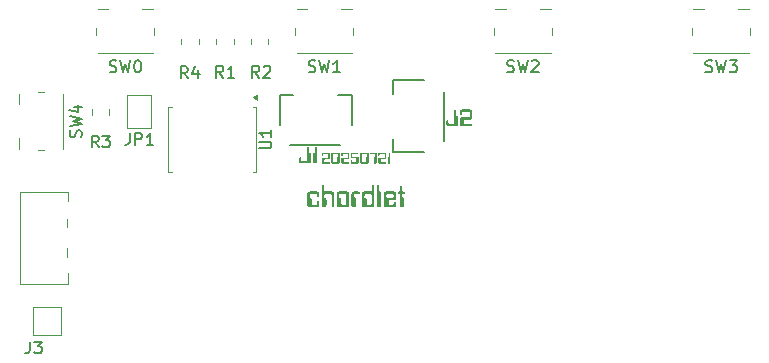
<source format=gbr>
%TF.GenerationSoftware,KiCad,Pcbnew,9.0.0*%
%TF.CreationDate,2025-07-21T10:24:21-07:00*%
%TF.ProjectId,chordlet,63686f72-646c-4657-942e-6b696361645f,rev?*%
%TF.SameCoordinates,Original*%
%TF.FileFunction,Legend,Top*%
%TF.FilePolarity,Positive*%
%FSLAX46Y46*%
G04 Gerber Fmt 4.6, Leading zero omitted, Abs format (unit mm)*
G04 Created by KiCad (PCBNEW 9.0.0) date 2025-07-21 10:24:21*
%MOMM*%
%LPD*%
G01*
G04 APERTURE LIST*
%ADD10C,0.100000*%
%ADD11C,0.074778*%
%ADD12C,0.150000*%
%ADD13C,0.152400*%
%ADD14C,0.120000*%
G04 APERTURE END LIST*
D10*
G36*
X214167507Y-95240170D02*
G01*
X214165459Y-95280657D01*
X214160485Y-95305566D01*
X214150966Y-95325916D01*
X214136733Y-95341775D01*
X214120010Y-95352103D01*
X214099608Y-95358506D01*
X214029021Y-95362658D01*
X213812134Y-95362658D01*
X213746371Y-95366200D01*
X213725055Y-95372872D01*
X213710712Y-95384701D01*
X213701502Y-95401926D01*
X213695996Y-95428726D01*
X213693249Y-95509021D01*
X213698133Y-95566601D01*
X213705687Y-95583886D01*
X213718406Y-95597131D01*
X213730984Y-95605680D01*
X213749852Y-95609954D01*
X213780626Y-95612091D01*
X213828925Y-95612763D01*
X214055583Y-95612763D01*
X214110782Y-95613496D01*
X214136733Y-95618319D01*
X214150685Y-95624999D01*
X214162561Y-95637187D01*
X214170338Y-95653078D01*
X214173064Y-95672786D01*
X214167721Y-95700997D01*
X214153463Y-95717482D01*
X214129748Y-95726189D01*
X214083549Y-95730000D01*
X213602268Y-95730000D01*
X213536506Y-95725115D01*
X213513560Y-95717431D01*
X213497366Y-95705453D01*
X213485997Y-95688465D01*
X213478437Y-95663993D01*
X213473552Y-95593773D01*
X213473552Y-95380244D01*
X213477033Y-95314970D01*
X213482557Y-95295631D01*
X213491748Y-95279127D01*
X213509036Y-95262524D01*
X213529545Y-95252444D01*
X213555108Y-95247512D01*
X213599520Y-95245422D01*
X213921249Y-95245422D01*
X213961855Y-95245422D01*
X214008688Y-95240598D01*
X214024451Y-95233519D01*
X214035982Y-95222524D01*
X214043630Y-95207312D01*
X214048561Y-95183567D01*
X214051370Y-95116156D01*
X214051370Y-95039708D01*
X214047889Y-94971625D01*
X214041775Y-94948751D01*
X214031769Y-94933401D01*
X214017033Y-94922942D01*
X213995377Y-94916732D01*
X213931080Y-94913251D01*
X213705827Y-94913251D01*
X213649163Y-94916732D01*
X213629038Y-94921998D01*
X213614847Y-94929860D01*
X213604244Y-94941049D01*
X213597383Y-94955505D01*
X213592498Y-94997698D01*
X213591094Y-95028107D01*
X213586317Y-95072462D01*
X213577783Y-95094602D01*
X213562060Y-95107553D01*
X213533758Y-95112554D01*
X213501944Y-95107031D01*
X213485459Y-95093075D01*
X213477311Y-95068454D01*
X213473552Y-95014918D01*
X213473552Y-94929860D01*
X213478437Y-94860190D01*
X213486339Y-94836156D01*
X213498770Y-94819767D01*
X213516520Y-94808473D01*
X213542795Y-94800900D01*
X213619060Y-94796015D01*
X214017786Y-94796015D01*
X214092647Y-94800228D01*
X214116772Y-94806444D01*
X214133924Y-94815493D01*
X214150654Y-94830148D01*
X214161157Y-94850298D01*
X214166103Y-94881622D01*
X214167507Y-94929677D01*
X214167507Y-95240170D01*
G37*
G36*
X214941574Y-94800961D02*
G01*
X214965903Y-94808640D01*
X214982851Y-94820561D01*
X214994740Y-94837598D01*
X215002451Y-94862510D01*
X215007336Y-94933218D01*
X215007336Y-95603970D01*
X215002451Y-95667718D01*
X214994849Y-95690082D01*
X214982851Y-95706186D01*
X214966069Y-95717587D01*
X214942306Y-95725115D01*
X214874468Y-95730000D01*
X214425366Y-95730000D01*
X214352582Y-95725115D01*
X214327202Y-95717028D01*
X214309901Y-95704110D01*
X214298023Y-95685773D01*
X214290361Y-95660024D01*
X214285476Y-95585774D01*
X214285476Y-95045020D01*
X214402957Y-95045020D01*
X214402957Y-95473972D01*
X214405766Y-95549687D01*
X214410567Y-95575659D01*
X214417673Y-95591758D01*
X214429065Y-95602926D01*
X214446371Y-95609282D01*
X214499494Y-95612763D01*
X214646406Y-95612763D01*
X214725419Y-95609954D01*
X214751668Y-95604574D01*
X214767429Y-95595971D01*
X214777955Y-95582417D01*
X214784220Y-95561594D01*
X214787701Y-95497786D01*
X214787701Y-95307154D01*
X214789105Y-95259527D01*
X214790510Y-95216723D01*
X214797470Y-95190101D01*
X214813590Y-95172576D01*
X214842289Y-95158593D01*
X214869195Y-95144187D01*
X214881429Y-95131238D01*
X214887255Y-95113306D01*
X214889855Y-95077260D01*
X214891260Y-95019802D01*
X214887047Y-94966557D01*
X214880657Y-94947270D01*
X214870927Y-94933585D01*
X214857210Y-94923887D01*
X214837404Y-94917465D01*
X214782144Y-94913251D01*
X214524712Y-94913251D01*
X214456874Y-94916793D01*
X214434764Y-94923093D01*
X214420482Y-94933585D01*
X214411221Y-94949087D01*
X214405766Y-94972847D01*
X214402957Y-95045020D01*
X214285476Y-95045020D01*
X214285476Y-94933218D01*
X214290361Y-94859762D01*
X214297735Y-94838492D01*
X214309229Y-94822637D01*
X214326434Y-94809809D01*
X214348369Y-94801632D01*
X214375675Y-94797696D01*
X214423962Y-94796015D01*
X214871659Y-94796015D01*
X214941574Y-94800961D01*
G37*
G36*
X215823474Y-95240170D02*
G01*
X215821426Y-95280657D01*
X215816452Y-95305566D01*
X215806932Y-95325916D01*
X215792699Y-95341775D01*
X215775977Y-95352103D01*
X215755574Y-95358506D01*
X215684988Y-95362658D01*
X215468100Y-95362658D01*
X215402338Y-95366200D01*
X215381021Y-95372872D01*
X215366678Y-95384701D01*
X215357469Y-95401926D01*
X215351963Y-95428726D01*
X215349215Y-95509021D01*
X215354100Y-95566601D01*
X215361654Y-95583886D01*
X215374372Y-95597131D01*
X215386951Y-95605680D01*
X215405818Y-95609954D01*
X215436593Y-95612091D01*
X215484892Y-95612763D01*
X215711549Y-95612763D01*
X215766748Y-95613496D01*
X215792699Y-95618319D01*
X215806652Y-95624999D01*
X215818528Y-95637187D01*
X215826304Y-95653078D01*
X215829030Y-95672786D01*
X215823687Y-95700997D01*
X215809430Y-95717482D01*
X215785714Y-95726189D01*
X215739515Y-95730000D01*
X215258235Y-95730000D01*
X215192472Y-95725115D01*
X215169527Y-95717431D01*
X215153332Y-95705453D01*
X215141963Y-95688465D01*
X215134403Y-95663993D01*
X215129519Y-95593773D01*
X215129519Y-95380244D01*
X215132999Y-95314970D01*
X215138523Y-95295631D01*
X215147715Y-95279127D01*
X215165002Y-95262524D01*
X215185511Y-95252444D01*
X215211074Y-95247512D01*
X215255487Y-95245422D01*
X215577216Y-95245422D01*
X215617821Y-95245422D01*
X215664655Y-95240598D01*
X215680418Y-95233519D01*
X215691949Y-95222524D01*
X215699596Y-95207312D01*
X215704527Y-95183567D01*
X215707336Y-95116156D01*
X215707336Y-95039708D01*
X215703856Y-94971625D01*
X215697741Y-94948751D01*
X215687736Y-94933401D01*
X215672999Y-94922942D01*
X215651343Y-94916732D01*
X215587047Y-94913251D01*
X215361794Y-94913251D01*
X215305129Y-94916732D01*
X215285005Y-94921998D01*
X215270813Y-94929860D01*
X215260210Y-94941049D01*
X215253350Y-94955505D01*
X215248465Y-94997698D01*
X215247060Y-95028107D01*
X215242284Y-95072462D01*
X215233749Y-95094602D01*
X215218027Y-95107553D01*
X215189724Y-95112554D01*
X215157911Y-95107031D01*
X215141425Y-95093075D01*
X215133278Y-95068454D01*
X215129519Y-95014918D01*
X215129519Y-94929860D01*
X215134403Y-94860190D01*
X215142306Y-94836156D01*
X215154737Y-94819767D01*
X215172486Y-94808473D01*
X215198761Y-94800900D01*
X215275026Y-94796015D01*
X215673753Y-94796015D01*
X215748613Y-94800228D01*
X215772738Y-94806444D01*
X215789890Y-94815493D01*
X215806621Y-94830148D01*
X215817123Y-94850298D01*
X215822069Y-94881622D01*
X215823474Y-94929677D01*
X215823474Y-95240170D01*
G37*
G36*
X216625567Y-95580645D02*
G01*
X216620621Y-95658803D01*
X216612881Y-95685705D01*
X216601021Y-95704171D01*
X216583959Y-95717143D01*
X216559805Y-95725115D01*
X216488425Y-95730000D01*
X216075715Y-95730000D01*
X216000855Y-95725115D01*
X215974638Y-95717402D01*
X215956830Y-95705636D01*
X215944366Y-95688645D01*
X215936497Y-95664481D01*
X215931612Y-95593346D01*
X215931612Y-95513845D01*
X215933688Y-95459501D01*
X215944252Y-95434405D01*
X215963914Y-95418822D01*
X215990414Y-95413461D01*
X216018960Y-95418449D01*
X216035843Y-95431596D01*
X216045183Y-95453472D01*
X216049154Y-95494305D01*
X216052634Y-95556343D01*
X216058225Y-95577515D01*
X216066617Y-95591880D01*
X216079002Y-95602101D01*
X216096720Y-95608611D01*
X216148500Y-95612763D01*
X216286985Y-95612763D01*
X216349939Y-95609282D01*
X216371723Y-95603377D01*
X216386331Y-95593956D01*
X216396359Y-95580034D01*
X216402390Y-95559762D01*
X216405932Y-95501083D01*
X216405932Y-95400638D01*
X216402390Y-95335059D01*
X216396006Y-95313530D01*
X216384927Y-95298728D01*
X216368539Y-95289021D01*
X216342917Y-95283401D01*
X216267385Y-95280593D01*
X216070159Y-95280593D01*
X215998779Y-95275708D01*
X215974316Y-95268169D01*
X215956830Y-95256718D01*
X215944366Y-95240304D01*
X215936497Y-95216723D01*
X215931612Y-95148579D01*
X215931612Y-94909771D01*
X215937230Y-94854328D01*
X215945270Y-94834369D01*
X215957502Y-94819218D01*
X215974184Y-94808266D01*
X215997375Y-94800961D01*
X216060328Y-94796015D01*
X216482868Y-94796015D01*
X216535375Y-94800069D01*
X216561209Y-94809143D01*
X216576534Y-94826300D01*
X216582214Y-94855305D01*
X216577225Y-94883451D01*
X216564018Y-94900184D01*
X216541887Y-94909320D01*
X216499660Y-94913251D01*
X216162483Y-94913251D01*
X216099529Y-94917526D01*
X216079241Y-94923691D01*
X216067350Y-94931753D01*
X216059415Y-94945583D01*
X216052634Y-94970832D01*
X216047750Y-95046852D01*
X216051963Y-95107974D01*
X216058722Y-95128596D01*
X216069426Y-95142779D01*
X216084643Y-95152554D01*
X216106490Y-95159082D01*
X216170848Y-95163356D01*
X216481464Y-95163356D01*
X216555592Y-95168241D01*
X216581330Y-95175905D01*
X216599616Y-95187780D01*
X216612675Y-95204746D01*
X216620621Y-95228264D01*
X216625567Y-95297323D01*
X216625567Y-95580645D01*
G37*
G36*
X217394749Y-94800961D02*
G01*
X217419078Y-94808640D01*
X217436026Y-94820561D01*
X217447915Y-94837598D01*
X217455626Y-94862510D01*
X217460511Y-94933218D01*
X217460511Y-95603970D01*
X217455626Y-95667718D01*
X217448024Y-95690082D01*
X217436026Y-95706186D01*
X217419244Y-95717587D01*
X217395482Y-95725115D01*
X217327643Y-95730000D01*
X216878542Y-95730000D01*
X216805757Y-95725115D01*
X216780377Y-95717028D01*
X216763076Y-95704110D01*
X216751198Y-95685773D01*
X216743536Y-95660024D01*
X216738652Y-95585774D01*
X216738652Y-95045020D01*
X216856132Y-95045020D01*
X216856132Y-95473972D01*
X216858941Y-95549687D01*
X216863742Y-95575659D01*
X216870848Y-95591758D01*
X216882240Y-95602926D01*
X216899547Y-95609282D01*
X216952669Y-95612763D01*
X217099581Y-95612763D01*
X217178594Y-95609954D01*
X217204843Y-95604574D01*
X217220604Y-95595971D01*
X217231130Y-95582417D01*
X217237395Y-95561594D01*
X217240876Y-95497786D01*
X217240876Y-95307154D01*
X217242280Y-95259527D01*
X217243685Y-95216723D01*
X217250646Y-95190101D01*
X217266766Y-95172576D01*
X217295464Y-95158593D01*
X217322370Y-95144187D01*
X217334604Y-95131238D01*
X217340430Y-95113306D01*
X217343030Y-95077260D01*
X217344435Y-95019802D01*
X217340222Y-94966557D01*
X217333832Y-94947270D01*
X217324102Y-94933585D01*
X217310385Y-94923887D01*
X217290579Y-94917465D01*
X217235319Y-94913251D01*
X216977887Y-94913251D01*
X216910049Y-94916793D01*
X216887939Y-94923093D01*
X216873657Y-94933585D01*
X216864396Y-94949087D01*
X216858941Y-94972847D01*
X216856132Y-95045020D01*
X216738652Y-95045020D01*
X216738652Y-94933218D01*
X216743536Y-94859762D01*
X216750910Y-94838492D01*
X216762404Y-94822637D01*
X216779609Y-94809809D01*
X216801544Y-94801632D01*
X216828850Y-94797696D01*
X216877137Y-94796015D01*
X217324834Y-94796015D01*
X217394749Y-94800961D01*
G37*
G36*
X218126928Y-95599757D02*
G01*
X218122043Y-95662772D01*
X218115069Y-95686148D01*
X218105251Y-95702705D01*
X218091374Y-95715119D01*
X218072340Y-95723710D01*
X218049940Y-95728262D01*
X218019217Y-95730000D01*
X217963957Y-95724382D01*
X217944102Y-95716348D01*
X217928969Y-95704110D01*
X217918133Y-95687344D01*
X217910773Y-95663504D01*
X217905888Y-95598292D01*
X217905888Y-95294331D01*
X217907964Y-95235469D01*
X217914986Y-95198344D01*
X217929641Y-95175263D01*
X217956263Y-95159815D01*
X217983557Y-95144427D01*
X217999616Y-95125498D01*
X218007310Y-95096067D01*
X218009447Y-95050516D01*
X218006638Y-94975594D01*
X218001000Y-94950614D01*
X217991251Y-94934317D01*
X217976435Y-94923193D01*
X217954859Y-94916793D01*
X217889096Y-94913251D01*
X217637282Y-94913251D01*
X217596209Y-94909325D01*
X217573596Y-94900001D01*
X217559757Y-94883424D01*
X217554728Y-94857442D01*
X217560144Y-94828905D01*
X217575000Y-94810669D01*
X217598950Y-94800269D01*
X217640091Y-94796015D01*
X217999616Y-94796015D01*
X218063303Y-94801632D01*
X218085680Y-94809754D01*
X218101771Y-94821905D01*
X218113276Y-94838822D01*
X218121310Y-94863243D01*
X218126928Y-94930471D01*
X218126928Y-95599757D01*
G37*
G36*
X218942943Y-95240170D02*
G01*
X218940896Y-95280657D01*
X218935921Y-95305566D01*
X218926402Y-95325916D01*
X218912169Y-95341775D01*
X218895446Y-95352103D01*
X218875044Y-95358506D01*
X218804458Y-95362658D01*
X218587570Y-95362658D01*
X218521808Y-95366200D01*
X218500491Y-95372872D01*
X218486148Y-95384701D01*
X218476938Y-95401926D01*
X218471432Y-95428726D01*
X218468685Y-95509021D01*
X218473570Y-95566601D01*
X218481124Y-95583886D01*
X218493842Y-95597131D01*
X218506420Y-95605680D01*
X218525288Y-95609954D01*
X218556063Y-95612091D01*
X218604362Y-95612763D01*
X218831019Y-95612763D01*
X218886218Y-95613496D01*
X218912169Y-95618319D01*
X218926122Y-95624999D01*
X218937997Y-95637187D01*
X218945774Y-95653078D01*
X218948500Y-95672786D01*
X218943157Y-95700997D01*
X218928899Y-95717482D01*
X218905184Y-95726189D01*
X218858985Y-95730000D01*
X218377704Y-95730000D01*
X218311942Y-95725115D01*
X218288996Y-95717431D01*
X218272802Y-95705453D01*
X218261433Y-95688465D01*
X218253873Y-95663993D01*
X218248988Y-95593773D01*
X218248988Y-95380244D01*
X218252469Y-95314970D01*
X218257993Y-95295631D01*
X218267184Y-95279127D01*
X218284472Y-95262524D01*
X218304981Y-95252444D01*
X218330544Y-95247512D01*
X218374957Y-95245422D01*
X218696685Y-95245422D01*
X218737291Y-95245422D01*
X218784124Y-95240598D01*
X218799887Y-95233519D01*
X218811418Y-95222524D01*
X218819066Y-95207312D01*
X218823997Y-95183567D01*
X218826806Y-95116156D01*
X218826806Y-95039708D01*
X218823325Y-94971625D01*
X218817211Y-94948751D01*
X218807205Y-94933401D01*
X218792469Y-94922942D01*
X218770813Y-94916732D01*
X218706516Y-94913251D01*
X218481263Y-94913251D01*
X218424599Y-94916732D01*
X218404474Y-94921998D01*
X218390283Y-94929860D01*
X218379680Y-94941049D01*
X218372819Y-94955505D01*
X218367935Y-94997698D01*
X218366530Y-95028107D01*
X218361753Y-95072462D01*
X218353219Y-95094602D01*
X218337496Y-95107553D01*
X218309194Y-95112554D01*
X218277381Y-95107031D01*
X218260895Y-95093075D01*
X218252748Y-95068454D01*
X218248988Y-95014918D01*
X218248988Y-94929860D01*
X218253873Y-94860190D01*
X218261775Y-94836156D01*
X218274206Y-94819767D01*
X218291956Y-94808473D01*
X218318231Y-94800900D01*
X218394496Y-94796015D01*
X218793222Y-94796015D01*
X218868083Y-94800228D01*
X218892208Y-94806444D01*
X218909360Y-94815493D01*
X218926090Y-94830148D01*
X218936593Y-94850298D01*
X218941539Y-94881622D01*
X218942943Y-94929677D01*
X218942943Y-95240170D01*
G37*
G36*
X219151832Y-94869898D02*
G01*
X219156155Y-94834542D01*
X219167131Y-94812845D01*
X219183756Y-94800447D01*
X219207825Y-94796015D01*
X219235019Y-94800560D01*
X219253251Y-94812954D01*
X219264886Y-94833889D01*
X219269374Y-94867090D01*
X219269374Y-95632424D01*
X219266103Y-95665880D01*
X219257404Y-95689955D01*
X219244156Y-95707041D01*
X219225874Y-95718883D01*
X219199333Y-95726922D01*
X219161663Y-95730000D01*
X219122973Y-95726914D01*
X219095722Y-95718864D01*
X219076972Y-95707041D01*
X219063337Y-95689896D01*
X219054425Y-95665815D01*
X219051082Y-95632424D01*
X219051082Y-95283890D01*
X219051082Y-95242063D01*
X219053760Y-95209835D01*
X219060180Y-95191261D01*
X219072615Y-95177235D01*
X219095900Y-95164028D01*
X219111288Y-95158471D01*
X219132964Y-95145954D01*
X219144810Y-95127819D01*
X219150428Y-95097166D01*
X219151832Y-95046974D01*
X219151832Y-94869898D01*
G37*
G36*
X213288782Y-99195310D02*
G01*
X213281821Y-99305464D01*
X213270056Y-99344713D01*
X213251046Y-99371043D01*
X213223836Y-99389275D01*
X213185223Y-99401695D01*
X213073360Y-99410000D01*
X212477407Y-99410000D01*
X212366887Y-99403039D01*
X212327509Y-99391178D01*
X212301064Y-99372142D01*
X212282736Y-99344920D01*
X212270289Y-99306318D01*
X212261863Y-99194089D01*
X212261863Y-98310662D01*
X212268824Y-98194281D01*
X212280628Y-98154564D01*
X212299720Y-98126992D01*
X212327083Y-98107851D01*
X212365422Y-98096217D01*
X212477407Y-98089134D01*
X213073360Y-98089134D01*
X213186688Y-98096217D01*
X213226044Y-98107988D01*
X213252390Y-98126992D01*
X213270408Y-98154457D01*
X213281821Y-98194403D01*
X213288782Y-98310785D01*
X213288782Y-98372456D01*
X213281791Y-98447531D01*
X213264968Y-98490425D01*
X213234206Y-98516950D01*
X213182536Y-98526817D01*
X213139900Y-98519229D01*
X213112438Y-98498607D01*
X213095515Y-98464420D01*
X213084595Y-98402498D01*
X213073360Y-98343147D01*
X213052355Y-98309319D01*
X213010345Y-98295153D01*
X212939026Y-98292344D01*
X212614427Y-98292344D01*
X212537491Y-98297962D01*
X212492794Y-98319089D01*
X212471789Y-98362686D01*
X212466172Y-98438646D01*
X212466172Y-98523032D01*
X212471392Y-98584453D01*
X212482903Y-98613157D01*
X212506395Y-98632155D01*
X212558496Y-98652480D01*
X212609620Y-98672130D01*
X212633967Y-98696078D01*
X212645540Y-98732733D01*
X212650819Y-98810017D01*
X212650819Y-99057679D01*
X212654972Y-99137913D01*
X212662724Y-99164630D01*
X212675976Y-99182854D01*
X212722138Y-99202637D01*
X212801884Y-99206789D01*
X212933408Y-99206789D01*
X213017077Y-99199362D01*
X213055163Y-99183098D01*
X213075619Y-99150338D01*
X213084595Y-99078440D01*
X213084595Y-99064396D01*
X213091481Y-98974859D01*
X213106943Y-98930429D01*
X213136609Y-98904048D01*
X213188032Y-98894159D01*
X213239418Y-98903808D01*
X213267777Y-98929085D01*
X213282203Y-98972457D01*
X213288782Y-99064274D01*
X213288782Y-99195310D01*
G37*
G36*
X214521720Y-99236099D02*
G01*
X214514877Y-99326286D01*
X214499371Y-99372142D01*
X214469520Y-99399755D01*
X214418161Y-99410000D01*
X214367017Y-99400034D01*
X214338415Y-99373607D01*
X214323990Y-99329144D01*
X214317533Y-99239152D01*
X214317533Y-98440844D01*
X214309098Y-98355354D01*
X214290910Y-98318967D01*
X214254536Y-98300777D01*
X214169155Y-98292344D01*
X213850174Y-98292344D01*
X213764793Y-98300777D01*
X213728419Y-98318967D01*
X213710319Y-98355339D01*
X213701919Y-98440844D01*
X213701919Y-98519246D01*
X213707088Y-98580521D01*
X213718649Y-98610226D01*
X213742356Y-98629711D01*
X213794242Y-98648084D01*
X213845614Y-98669641D01*
X213869713Y-98692903D01*
X213881239Y-98728156D01*
X213886566Y-98805010D01*
X213886566Y-99171863D01*
X213879605Y-99291053D01*
X213868548Y-99333829D01*
X213851639Y-99363838D01*
X213827181Y-99385935D01*
X213794242Y-99400230D01*
X213699110Y-99410000D01*
X213616140Y-99405327D01*
X213571737Y-99394612D01*
X213538645Y-99372568D01*
X213511653Y-99334284D01*
X213497609Y-99279574D01*
X213494801Y-99171618D01*
X213494801Y-97705307D01*
X213501691Y-97615321D01*
X213517149Y-97570729D01*
X213546939Y-97544154D01*
X213598360Y-97534214D01*
X213649490Y-97544207D01*
X213678105Y-97570729D01*
X213692616Y-97615201D01*
X213699110Y-97705184D01*
X213699110Y-97960174D01*
X213707058Y-98028380D01*
X213725610Y-98062512D01*
X213760066Y-98081084D01*
X213830635Y-98089134D01*
X214306297Y-98089134D01*
X214418161Y-98096217D01*
X214456606Y-98107857D01*
X214483984Y-98126992D01*
X214503049Y-98154566D01*
X214514759Y-98194281D01*
X214521720Y-98310662D01*
X214521720Y-99236099D01*
G37*
G36*
X215670150Y-98096217D02*
G01*
X215709505Y-98107988D01*
X215735851Y-98126992D01*
X215753875Y-98154441D01*
X215765282Y-98194281D01*
X215772243Y-98310662D01*
X215772243Y-99194089D01*
X215763817Y-99306318D01*
X215751437Y-99344907D01*
X215733042Y-99372142D01*
X215706876Y-99391238D01*
X215668684Y-99403039D01*
X215556821Y-99410000D01*
X214960868Y-99410000D01*
X214850348Y-99403039D01*
X214810970Y-99391178D01*
X214784525Y-99372142D01*
X214766198Y-99344920D01*
X214753750Y-99306318D01*
X214745324Y-99194089D01*
X214745324Y-98440966D01*
X214949633Y-98440966D01*
X214949633Y-98519612D01*
X214954805Y-98580996D01*
X214966364Y-98610715D01*
X214990071Y-98630200D01*
X215041957Y-98648572D01*
X215093313Y-98670155D01*
X215117428Y-98693513D01*
X215128954Y-98728766D01*
X215134281Y-98805621D01*
X215134281Y-99058168D01*
X215138433Y-99138035D01*
X215146185Y-99164752D01*
X215159438Y-99182976D01*
X215205600Y-99202637D01*
X215285345Y-99206789D01*
X215419678Y-99206789D01*
X215496615Y-99201172D01*
X215541434Y-99180167D01*
X215562438Y-99135226D01*
X215568056Y-99058168D01*
X215568056Y-98440966D01*
X215560003Y-98355206D01*
X215542777Y-98318967D01*
X215507627Y-98300837D01*
X215422487Y-98292344D01*
X215097889Y-98292344D01*
X215012507Y-98300777D01*
X214976133Y-98318967D01*
X214958036Y-98355353D01*
X214949633Y-98440966D01*
X214745324Y-98440966D01*
X214745324Y-98310662D01*
X214752285Y-98194281D01*
X214764090Y-98154564D01*
X214783182Y-98126992D01*
X214810544Y-98107851D01*
X214848883Y-98096217D01*
X214960868Y-98089134D01*
X215556821Y-98089134D01*
X215670150Y-98096217D01*
G37*
G36*
X216384804Y-99171252D02*
G01*
X216377843Y-99290687D01*
X216366787Y-99333588D01*
X216349877Y-99363715D01*
X216325409Y-99385910D01*
X216292480Y-99400230D01*
X216197348Y-99410000D01*
X216116849Y-99405359D01*
X216072784Y-99394612D01*
X216039692Y-99372568D01*
X216012700Y-99334284D01*
X215998656Y-99279574D01*
X215995847Y-99171618D01*
X215995847Y-98310662D01*
X216002808Y-98194281D01*
X216014613Y-98154564D01*
X216033705Y-98126992D01*
X216061067Y-98107851D01*
X216099406Y-98096217D01*
X216211392Y-98089134D01*
X216566765Y-98089134D01*
X216656612Y-98095975D01*
X216702320Y-98111482D01*
X216730081Y-98140803D01*
X216740177Y-98189396D01*
X216729772Y-98242472D01*
X216702320Y-98271461D01*
X216656724Y-98285932D01*
X216566765Y-98292344D01*
X216348412Y-98292344D01*
X216263046Y-98300812D01*
X216226657Y-98319089D01*
X216208562Y-98355489D01*
X216200157Y-98441210D01*
X216200157Y-98455254D01*
X216205326Y-98516763D01*
X216216887Y-98546601D01*
X216240596Y-98566062D01*
X216292480Y-98584337D01*
X216343836Y-98605919D01*
X216367951Y-98629277D01*
X216379480Y-98664650D01*
X216384804Y-98741629D01*
X216384804Y-99171252D01*
G37*
G36*
X217865809Y-97544344D02*
G01*
X217894713Y-97570729D01*
X217909223Y-97615215D01*
X217915718Y-97705307D01*
X217915718Y-99194089D01*
X217907292Y-99300701D01*
X217894614Y-99339168D01*
X217875174Y-99366524D01*
X217848050Y-99386397D01*
X217810816Y-99400230D01*
X217705914Y-99410000D01*
X217104344Y-99410000D01*
X216993824Y-99403039D01*
X216954445Y-99391178D01*
X216928000Y-99372142D01*
X216909673Y-99344920D01*
X216897226Y-99306318D01*
X216888799Y-99194089D01*
X216888799Y-98440966D01*
X217093108Y-98440966D01*
X217093108Y-98519612D01*
X217098280Y-98580996D01*
X217109839Y-98610715D01*
X217133546Y-98630200D01*
X217185432Y-98648572D01*
X217236788Y-98670155D01*
X217260903Y-98693513D01*
X217272429Y-98728766D01*
X217277756Y-98805621D01*
X217277756Y-99058168D01*
X217281908Y-99138035D01*
X217289660Y-99164752D01*
X217302913Y-99182976D01*
X217349075Y-99202637D01*
X217428820Y-99206789D01*
X217563154Y-99206789D01*
X217640090Y-99201172D01*
X217686252Y-99180167D01*
X217699904Y-99161951D01*
X217708722Y-99135226D01*
X217714340Y-99058168D01*
X217714340Y-98440966D01*
X217705902Y-98355368D01*
X217687718Y-98318967D01*
X217651344Y-98300777D01*
X217565963Y-98292344D01*
X217241364Y-98292344D01*
X217155982Y-98300777D01*
X217119609Y-98318967D01*
X217101511Y-98355353D01*
X217093108Y-98440966D01*
X216888799Y-98440966D01*
X216888799Y-98307854D01*
X216895760Y-98194281D01*
X216907565Y-98154564D01*
X216926657Y-98126992D01*
X216954019Y-98107851D01*
X216992358Y-98096217D01*
X217104344Y-98089134D01*
X217582815Y-98089134D01*
X217653031Y-98081028D01*
X217686252Y-98062512D01*
X217703909Y-98028523D01*
X217711531Y-97960174D01*
X217711531Y-97705184D01*
X217718420Y-97615307D01*
X217733879Y-97570729D01*
X217763194Y-97544028D01*
X217812159Y-97534214D01*
X217865809Y-97544344D01*
G37*
G36*
X218528279Y-99171618D02*
G01*
X218521318Y-99290809D01*
X218510256Y-99333691D01*
X218493353Y-99363715D01*
X218468884Y-99385910D01*
X218435956Y-99400230D01*
X218340823Y-99410000D01*
X218260325Y-99405359D01*
X218216259Y-99394612D01*
X218183167Y-99372568D01*
X218156175Y-99334284D01*
X218142131Y-99279574D01*
X218139323Y-99171618D01*
X218139323Y-97705307D01*
X218146213Y-97615321D01*
X218161671Y-97570729D01*
X218191461Y-97544154D01*
X218242882Y-97534214D01*
X218291847Y-97544028D01*
X218321161Y-97570729D01*
X218336708Y-97615317D01*
X218343632Y-97705184D01*
X218343632Y-97951992D01*
X218348803Y-98013375D01*
X218360362Y-98043094D01*
X218384070Y-98062580D01*
X218435956Y-98080952D01*
X218487311Y-98102535D01*
X218511427Y-98125893D01*
X218522953Y-98161146D01*
X218528279Y-98238000D01*
X218528279Y-99171618D01*
G37*
G36*
X219675732Y-98096217D02*
G01*
X219715076Y-98108015D01*
X219741434Y-98127114D01*
X219759458Y-98154563D01*
X219770865Y-98194403D01*
X219777826Y-98310785D01*
X219777826Y-98599846D01*
X219769399Y-98710732D01*
X219756884Y-98750366D01*
X219738625Y-98776678D01*
X219712608Y-98795030D01*
X219674267Y-98807575D01*
X219562404Y-98816001D01*
X219285432Y-98816001D01*
X219200096Y-98824537D01*
X219163677Y-98842990D01*
X219145500Y-98879693D01*
X219137055Y-98966088D01*
X219137055Y-99056702D01*
X219141207Y-99137424D01*
X219148965Y-99164375D01*
X219162212Y-99182732D01*
X219208374Y-99202515D01*
X219288241Y-99206789D01*
X219453227Y-99206789D01*
X219509422Y-99200935D01*
X219539933Y-99187006D01*
X219559313Y-99161642D01*
X219570830Y-99116420D01*
X219576448Y-99068426D01*
X219591954Y-99013359D01*
X219623269Y-98983173D01*
X219674267Y-98972316D01*
X219718227Y-98980762D01*
X219749006Y-99004674D01*
X219769629Y-99047185D01*
X219777826Y-99117274D01*
X219777826Y-99195310D01*
X219769399Y-99306929D01*
X219757026Y-99345285D01*
X219738625Y-99372386D01*
X219712468Y-99391360D01*
X219674267Y-99403039D01*
X219562404Y-99410000D01*
X218966451Y-99410000D01*
X218855931Y-99403039D01*
X218816553Y-99391178D01*
X218790108Y-99372142D01*
X218771780Y-99344920D01*
X218759333Y-99306318D01*
X218750907Y-99194089D01*
X218750907Y-98441332D01*
X218955216Y-98441332D01*
X218955216Y-98460994D01*
X218959368Y-98541106D01*
X218979030Y-98587512D01*
X218997147Y-98600860D01*
X219023726Y-98608639D01*
X219103471Y-98612791D01*
X219425261Y-98612791D01*
X219510643Y-98604358D01*
X219547016Y-98586168D01*
X219565145Y-98549317D01*
X219573639Y-98460994D01*
X219573639Y-98441332D01*
X219565196Y-98355518D01*
X219547016Y-98319089D01*
X219510628Y-98300812D01*
X219425261Y-98292344D01*
X219103471Y-98292344D01*
X219023726Y-98296618D01*
X218997022Y-98304002D01*
X218979030Y-98316280D01*
X218966829Y-98334291D01*
X218959368Y-98361221D01*
X218955216Y-98441332D01*
X218750907Y-98441332D01*
X218750907Y-98310662D01*
X218757868Y-98194281D01*
X218769672Y-98154564D01*
X218788764Y-98126992D01*
X218816127Y-98107851D01*
X218854466Y-98096217D01*
X218966451Y-98089134D01*
X219562404Y-98089134D01*
X219675732Y-98096217D01*
G37*
G36*
X220096563Y-97786273D02*
G01*
X220103405Y-97696085D01*
X220118911Y-97650230D01*
X220148843Y-97622607D01*
X220200122Y-97612372D01*
X220251492Y-97622370D01*
X220281210Y-97649131D01*
X220296755Y-97694000D01*
X220303681Y-97784441D01*
X220303681Y-97984720D01*
X220307856Y-98045954D01*
X220316259Y-98069473D01*
X220334973Y-98081504D01*
X220382083Y-98089134D01*
X220443372Y-98097980D01*
X220481215Y-98118092D01*
X220502924Y-98147965D01*
X220510676Y-98190739D01*
X220497892Y-98245530D01*
X220461713Y-98278352D01*
X220393196Y-98292344D01*
X220338235Y-98300046D01*
X220316259Y-98312006D01*
X220305911Y-98335673D01*
X220300872Y-98396270D01*
X220300872Y-98455254D01*
X220306041Y-98516763D01*
X220317602Y-98546601D01*
X220341311Y-98566062D01*
X220393196Y-98584337D01*
X220444551Y-98605919D01*
X220468667Y-98629277D01*
X220480195Y-98664650D01*
X220485519Y-98741629D01*
X220485519Y-99171252D01*
X220478558Y-99290687D01*
X220467502Y-99333588D01*
X220450593Y-99363715D01*
X220426124Y-99385910D01*
X220393196Y-99400230D01*
X220298063Y-99410000D01*
X220217392Y-99405392D01*
X220172156Y-99394612D01*
X220138446Y-99372332D01*
X220113415Y-99334162D01*
X220099371Y-99279452D01*
X220096563Y-99171252D01*
X220096563Y-98413122D01*
X220093876Y-98365373D01*
X220089983Y-98330028D01*
X220081175Y-98313471D01*
X220064979Y-98303443D01*
X220032327Y-98295153D01*
X219995935Y-98292344D01*
X219934260Y-98276149D01*
X219901222Y-98243797D01*
X219889567Y-98192083D01*
X219897122Y-98146488D01*
X219917678Y-98115999D01*
X219952290Y-98096601D01*
X220007048Y-98089134D01*
X220056018Y-98084982D01*
X220082641Y-98065321D01*
X220093754Y-98020380D01*
X220096563Y-97940512D01*
X220096563Y-97786273D01*
G37*
D11*
G36*
X212570961Y-95524511D02*
G01*
X212565303Y-95592437D01*
X212550857Y-95637733D01*
X212530020Y-95666844D01*
X212499874Y-95686579D01*
X212452797Y-95700419D01*
X212382100Y-95705861D01*
X211760930Y-95705861D01*
X211669613Y-95697527D01*
X211635847Y-95685753D01*
X211611911Y-95669225D01*
X211594462Y-95646310D01*
X211582510Y-95614637D01*
X211574175Y-95525519D01*
X211574175Y-95305334D01*
X211580861Y-95249996D01*
X211597792Y-95216145D01*
X211623335Y-95196883D01*
X211660179Y-95190020D01*
X211699472Y-95196656D01*
X211725616Y-95214727D01*
X211742062Y-95245250D01*
X211748290Y-95281428D01*
X211750397Y-95345176D01*
X211756716Y-95448216D01*
X211763358Y-95474901D01*
X211773478Y-95493920D01*
X211793002Y-95513096D01*
X211817533Y-95523687D01*
X211907842Y-95530006D01*
X212084063Y-95530006D01*
X212166953Y-95523687D01*
X212194557Y-95513784D01*
X212214122Y-95498224D01*
X212227546Y-95476212D01*
X212236196Y-95443178D01*
X212241508Y-95345725D01*
X212241508Y-94401147D01*
X212248277Y-94350584D01*
X212265791Y-94318787D01*
X212293146Y-94300025D01*
X212333832Y-94293161D01*
X212370920Y-94299914D01*
X212396450Y-94318750D01*
X212413238Y-94351576D01*
X212419836Y-94404902D01*
X212419836Y-94664288D01*
X212420843Y-94749651D01*
X212430277Y-94797095D01*
X212453358Y-94823473D01*
X212497505Y-94845546D01*
X212536340Y-94866704D01*
X212558321Y-94894090D01*
X212568854Y-94939427D01*
X212570961Y-95014257D01*
X212570961Y-95524511D01*
G37*
G36*
X212875043Y-94409848D02*
G01*
X212881529Y-94356813D01*
X212897992Y-94324268D01*
X212922930Y-94305670D01*
X212959032Y-94299023D01*
X212999824Y-94305841D01*
X213027172Y-94324432D01*
X213044625Y-94355833D01*
X213051356Y-94405635D01*
X213051356Y-95553637D01*
X213046450Y-95603821D01*
X213033402Y-95639933D01*
X213013529Y-95665561D01*
X212986107Y-95683325D01*
X212946294Y-95695383D01*
X212889789Y-95700000D01*
X212831755Y-95695371D01*
X212790879Y-95683296D01*
X212762753Y-95665561D01*
X212742301Y-95639844D01*
X212728932Y-95603723D01*
X212723918Y-95553637D01*
X212723918Y-95030835D01*
X212723918Y-94968095D01*
X212727935Y-94919752D01*
X212737565Y-94891892D01*
X212756219Y-94870852D01*
X212791146Y-94851042D01*
X212814227Y-94842707D01*
X212846742Y-94823931D01*
X212864510Y-94796728D01*
X212872937Y-94750750D01*
X212875043Y-94675462D01*
X212875043Y-94409848D01*
G37*
G36*
X225027800Y-92374511D02*
G01*
X225022142Y-92442437D01*
X225007696Y-92487733D01*
X224986859Y-92516844D01*
X224956713Y-92536579D01*
X224909636Y-92550419D01*
X224838939Y-92555861D01*
X224217769Y-92555861D01*
X224126452Y-92547527D01*
X224092686Y-92535753D01*
X224068750Y-92519225D01*
X224051301Y-92496310D01*
X224039349Y-92464637D01*
X224031014Y-92375519D01*
X224031014Y-92155334D01*
X224037700Y-92099996D01*
X224054631Y-92066145D01*
X224080174Y-92046883D01*
X224117018Y-92040020D01*
X224156311Y-92046656D01*
X224182455Y-92064727D01*
X224198901Y-92095250D01*
X224205129Y-92131428D01*
X224207236Y-92195176D01*
X224213555Y-92298216D01*
X224220197Y-92324901D01*
X224230317Y-92343920D01*
X224249841Y-92363096D01*
X224274372Y-92373687D01*
X224364681Y-92380006D01*
X224540902Y-92380006D01*
X224623792Y-92373687D01*
X224651396Y-92363784D01*
X224670961Y-92348224D01*
X224684385Y-92326212D01*
X224693035Y-92293178D01*
X224698347Y-92195725D01*
X224698347Y-91251147D01*
X224705116Y-91200584D01*
X224722630Y-91168787D01*
X224749985Y-91150025D01*
X224790671Y-91143161D01*
X224827759Y-91149914D01*
X224853289Y-91168750D01*
X224870077Y-91201576D01*
X224876675Y-91254902D01*
X224876675Y-91514288D01*
X224877682Y-91599651D01*
X224887116Y-91647095D01*
X224910197Y-91673473D01*
X224954344Y-91695546D01*
X224993179Y-91716704D01*
X225015160Y-91744090D01*
X225025693Y-91789427D01*
X225027800Y-91864257D01*
X225027800Y-92374511D01*
G37*
G36*
X226221690Y-91815256D02*
G01*
X226218618Y-91875985D01*
X226211157Y-91913350D01*
X226196877Y-91943874D01*
X226175528Y-91967663D01*
X226150444Y-91983154D01*
X226119840Y-91992759D01*
X226013961Y-91998988D01*
X225688630Y-91998988D01*
X225589986Y-92004300D01*
X225558011Y-92014309D01*
X225536497Y-92032052D01*
X225522682Y-92057889D01*
X225514423Y-92098089D01*
X225510302Y-92218531D01*
X225517629Y-92304902D01*
X225528960Y-92330829D01*
X225548037Y-92350697D01*
X225566905Y-92363520D01*
X225595207Y-92369931D01*
X225641369Y-92373137D01*
X225713817Y-92374145D01*
X226053803Y-92374145D01*
X226136601Y-92375244D01*
X226175528Y-92382479D01*
X226196457Y-92392499D01*
X226214271Y-92410781D01*
X226225935Y-92434617D01*
X226230024Y-92464179D01*
X226222010Y-92506495D01*
X226200624Y-92531223D01*
X226165051Y-92544284D01*
X226095752Y-92550000D01*
X225373831Y-92550000D01*
X225275187Y-92542672D01*
X225240769Y-92531146D01*
X225216478Y-92513180D01*
X225199424Y-92487698D01*
X225188084Y-92450990D01*
X225180757Y-92345660D01*
X225180757Y-92025366D01*
X225185978Y-91927455D01*
X225194264Y-91898447D01*
X225208051Y-91873691D01*
X225233982Y-91848786D01*
X225264746Y-91833666D01*
X225303090Y-91826268D01*
X225369709Y-91823133D01*
X225852303Y-91823133D01*
X225913211Y-91823133D01*
X225983461Y-91815897D01*
X226007106Y-91805279D01*
X226024402Y-91788786D01*
X226035874Y-91765968D01*
X226043270Y-91730351D01*
X226047483Y-91629234D01*
X226047483Y-91514562D01*
X226042263Y-91412438D01*
X226033091Y-91378126D01*
X226018083Y-91355102D01*
X225995978Y-91339414D01*
X225963494Y-91330098D01*
X225867049Y-91324877D01*
X225529169Y-91324877D01*
X225444173Y-91330098D01*
X225413986Y-91337998D01*
X225392699Y-91349790D01*
X225376795Y-91366574D01*
X225366504Y-91388258D01*
X225359176Y-91451548D01*
X225357070Y-91497160D01*
X225349905Y-91563693D01*
X225337103Y-91596903D01*
X225313519Y-91616330D01*
X225271066Y-91623831D01*
X225223345Y-91615547D01*
X225198617Y-91594613D01*
X225186396Y-91557681D01*
X225180757Y-91477377D01*
X225180757Y-91349790D01*
X225188084Y-91245285D01*
X225199938Y-91209234D01*
X225218584Y-91184651D01*
X225245208Y-91167710D01*
X225284621Y-91156350D01*
X225399019Y-91149023D01*
X225997108Y-91149023D01*
X226109399Y-91155342D01*
X226145587Y-91164666D01*
X226171314Y-91178240D01*
X226196410Y-91200222D01*
X226212164Y-91230447D01*
X226219583Y-91277433D01*
X226221690Y-91349515D01*
X226221690Y-91815256D01*
G37*
D12*
X245966667Y-87932200D02*
X246109524Y-87979819D01*
X246109524Y-87979819D02*
X246347619Y-87979819D01*
X246347619Y-87979819D02*
X246442857Y-87932200D01*
X246442857Y-87932200D02*
X246490476Y-87884580D01*
X246490476Y-87884580D02*
X246538095Y-87789342D01*
X246538095Y-87789342D02*
X246538095Y-87694104D01*
X246538095Y-87694104D02*
X246490476Y-87598866D01*
X246490476Y-87598866D02*
X246442857Y-87551247D01*
X246442857Y-87551247D02*
X246347619Y-87503628D01*
X246347619Y-87503628D02*
X246157143Y-87456009D01*
X246157143Y-87456009D02*
X246061905Y-87408390D01*
X246061905Y-87408390D02*
X246014286Y-87360771D01*
X246014286Y-87360771D02*
X245966667Y-87265533D01*
X245966667Y-87265533D02*
X245966667Y-87170295D01*
X245966667Y-87170295D02*
X246014286Y-87075057D01*
X246014286Y-87075057D02*
X246061905Y-87027438D01*
X246061905Y-87027438D02*
X246157143Y-86979819D01*
X246157143Y-86979819D02*
X246395238Y-86979819D01*
X246395238Y-86979819D02*
X246538095Y-87027438D01*
X246871429Y-86979819D02*
X247109524Y-87979819D01*
X247109524Y-87979819D02*
X247300000Y-87265533D01*
X247300000Y-87265533D02*
X247490476Y-87979819D01*
X247490476Y-87979819D02*
X247728572Y-86979819D01*
X248014286Y-86979819D02*
X248633333Y-86979819D01*
X248633333Y-86979819D02*
X248300000Y-87360771D01*
X248300000Y-87360771D02*
X248442857Y-87360771D01*
X248442857Y-87360771D02*
X248538095Y-87408390D01*
X248538095Y-87408390D02*
X248585714Y-87456009D01*
X248585714Y-87456009D02*
X248633333Y-87551247D01*
X248633333Y-87551247D02*
X248633333Y-87789342D01*
X248633333Y-87789342D02*
X248585714Y-87884580D01*
X248585714Y-87884580D02*
X248538095Y-87932200D01*
X248538095Y-87932200D02*
X248442857Y-87979819D01*
X248442857Y-87979819D02*
X248157143Y-87979819D01*
X248157143Y-87979819D02*
X248061905Y-87932200D01*
X248061905Y-87932200D02*
X248014286Y-87884580D01*
X208204819Y-94436904D02*
X209014342Y-94436904D01*
X209014342Y-94436904D02*
X209109580Y-94389285D01*
X209109580Y-94389285D02*
X209157200Y-94341666D01*
X209157200Y-94341666D02*
X209204819Y-94246428D01*
X209204819Y-94246428D02*
X209204819Y-94055952D01*
X209204819Y-94055952D02*
X209157200Y-93960714D01*
X209157200Y-93960714D02*
X209109580Y-93913095D01*
X209109580Y-93913095D02*
X209014342Y-93865476D01*
X209014342Y-93865476D02*
X208204819Y-93865476D01*
X209204819Y-92865476D02*
X209204819Y-93436904D01*
X209204819Y-93151190D02*
X208204819Y-93151190D01*
X208204819Y-93151190D02*
X208347676Y-93246428D01*
X208347676Y-93246428D02*
X208442914Y-93341666D01*
X208442914Y-93341666D02*
X208490533Y-93436904D01*
X208183333Y-88454819D02*
X207850000Y-87978628D01*
X207611905Y-88454819D02*
X207611905Y-87454819D01*
X207611905Y-87454819D02*
X207992857Y-87454819D01*
X207992857Y-87454819D02*
X208088095Y-87502438D01*
X208088095Y-87502438D02*
X208135714Y-87550057D01*
X208135714Y-87550057D02*
X208183333Y-87645295D01*
X208183333Y-87645295D02*
X208183333Y-87788152D01*
X208183333Y-87788152D02*
X208135714Y-87883390D01*
X208135714Y-87883390D02*
X208088095Y-87931009D01*
X208088095Y-87931009D02*
X207992857Y-87978628D01*
X207992857Y-87978628D02*
X207611905Y-87978628D01*
X208564286Y-87550057D02*
X208611905Y-87502438D01*
X208611905Y-87502438D02*
X208707143Y-87454819D01*
X208707143Y-87454819D02*
X208945238Y-87454819D01*
X208945238Y-87454819D02*
X209040476Y-87502438D01*
X209040476Y-87502438D02*
X209088095Y-87550057D01*
X209088095Y-87550057D02*
X209135714Y-87645295D01*
X209135714Y-87645295D02*
X209135714Y-87740533D01*
X209135714Y-87740533D02*
X209088095Y-87883390D01*
X209088095Y-87883390D02*
X208516667Y-88454819D01*
X208516667Y-88454819D02*
X209135714Y-88454819D01*
X197216666Y-93154819D02*
X197216666Y-93869104D01*
X197216666Y-93869104D02*
X197169047Y-94011961D01*
X197169047Y-94011961D02*
X197073809Y-94107200D01*
X197073809Y-94107200D02*
X196930952Y-94154819D01*
X196930952Y-94154819D02*
X196835714Y-94154819D01*
X197692857Y-94154819D02*
X197692857Y-93154819D01*
X197692857Y-93154819D02*
X198073809Y-93154819D01*
X198073809Y-93154819D02*
X198169047Y-93202438D01*
X198169047Y-93202438D02*
X198216666Y-93250057D01*
X198216666Y-93250057D02*
X198264285Y-93345295D01*
X198264285Y-93345295D02*
X198264285Y-93488152D01*
X198264285Y-93488152D02*
X198216666Y-93583390D01*
X198216666Y-93583390D02*
X198169047Y-93631009D01*
X198169047Y-93631009D02*
X198073809Y-93678628D01*
X198073809Y-93678628D02*
X197692857Y-93678628D01*
X199216666Y-94154819D02*
X198645238Y-94154819D01*
X198930952Y-94154819D02*
X198930952Y-93154819D01*
X198930952Y-93154819D02*
X198835714Y-93297676D01*
X198835714Y-93297676D02*
X198740476Y-93392914D01*
X198740476Y-93392914D02*
X198645238Y-93440533D01*
X194583333Y-94354819D02*
X194250000Y-93878628D01*
X194011905Y-94354819D02*
X194011905Y-93354819D01*
X194011905Y-93354819D02*
X194392857Y-93354819D01*
X194392857Y-93354819D02*
X194488095Y-93402438D01*
X194488095Y-93402438D02*
X194535714Y-93450057D01*
X194535714Y-93450057D02*
X194583333Y-93545295D01*
X194583333Y-93545295D02*
X194583333Y-93688152D01*
X194583333Y-93688152D02*
X194535714Y-93783390D01*
X194535714Y-93783390D02*
X194488095Y-93831009D01*
X194488095Y-93831009D02*
X194392857Y-93878628D01*
X194392857Y-93878628D02*
X194011905Y-93878628D01*
X194916667Y-93354819D02*
X195535714Y-93354819D01*
X195535714Y-93354819D02*
X195202381Y-93735771D01*
X195202381Y-93735771D02*
X195345238Y-93735771D01*
X195345238Y-93735771D02*
X195440476Y-93783390D01*
X195440476Y-93783390D02*
X195488095Y-93831009D01*
X195488095Y-93831009D02*
X195535714Y-93926247D01*
X195535714Y-93926247D02*
X195535714Y-94164342D01*
X195535714Y-94164342D02*
X195488095Y-94259580D01*
X195488095Y-94259580D02*
X195440476Y-94307200D01*
X195440476Y-94307200D02*
X195345238Y-94354819D01*
X195345238Y-94354819D02*
X195059524Y-94354819D01*
X195059524Y-94354819D02*
X194964286Y-94307200D01*
X194964286Y-94307200D02*
X194916667Y-94259580D01*
X212361667Y-87932200D02*
X212504524Y-87979819D01*
X212504524Y-87979819D02*
X212742619Y-87979819D01*
X212742619Y-87979819D02*
X212837857Y-87932200D01*
X212837857Y-87932200D02*
X212885476Y-87884580D01*
X212885476Y-87884580D02*
X212933095Y-87789342D01*
X212933095Y-87789342D02*
X212933095Y-87694104D01*
X212933095Y-87694104D02*
X212885476Y-87598866D01*
X212885476Y-87598866D02*
X212837857Y-87551247D01*
X212837857Y-87551247D02*
X212742619Y-87503628D01*
X212742619Y-87503628D02*
X212552143Y-87456009D01*
X212552143Y-87456009D02*
X212456905Y-87408390D01*
X212456905Y-87408390D02*
X212409286Y-87360771D01*
X212409286Y-87360771D02*
X212361667Y-87265533D01*
X212361667Y-87265533D02*
X212361667Y-87170295D01*
X212361667Y-87170295D02*
X212409286Y-87075057D01*
X212409286Y-87075057D02*
X212456905Y-87027438D01*
X212456905Y-87027438D02*
X212552143Y-86979819D01*
X212552143Y-86979819D02*
X212790238Y-86979819D01*
X212790238Y-86979819D02*
X212933095Y-87027438D01*
X213266429Y-86979819D02*
X213504524Y-87979819D01*
X213504524Y-87979819D02*
X213695000Y-87265533D01*
X213695000Y-87265533D02*
X213885476Y-87979819D01*
X213885476Y-87979819D02*
X214123572Y-86979819D01*
X215028333Y-87979819D02*
X214456905Y-87979819D01*
X214742619Y-87979819D02*
X214742619Y-86979819D01*
X214742619Y-86979819D02*
X214647381Y-87122676D01*
X214647381Y-87122676D02*
X214552143Y-87217914D01*
X214552143Y-87217914D02*
X214456905Y-87265533D01*
X229166667Y-87932200D02*
X229309524Y-87979819D01*
X229309524Y-87979819D02*
X229547619Y-87979819D01*
X229547619Y-87979819D02*
X229642857Y-87932200D01*
X229642857Y-87932200D02*
X229690476Y-87884580D01*
X229690476Y-87884580D02*
X229738095Y-87789342D01*
X229738095Y-87789342D02*
X229738095Y-87694104D01*
X229738095Y-87694104D02*
X229690476Y-87598866D01*
X229690476Y-87598866D02*
X229642857Y-87551247D01*
X229642857Y-87551247D02*
X229547619Y-87503628D01*
X229547619Y-87503628D02*
X229357143Y-87456009D01*
X229357143Y-87456009D02*
X229261905Y-87408390D01*
X229261905Y-87408390D02*
X229214286Y-87360771D01*
X229214286Y-87360771D02*
X229166667Y-87265533D01*
X229166667Y-87265533D02*
X229166667Y-87170295D01*
X229166667Y-87170295D02*
X229214286Y-87075057D01*
X229214286Y-87075057D02*
X229261905Y-87027438D01*
X229261905Y-87027438D02*
X229357143Y-86979819D01*
X229357143Y-86979819D02*
X229595238Y-86979819D01*
X229595238Y-86979819D02*
X229738095Y-87027438D01*
X230071429Y-86979819D02*
X230309524Y-87979819D01*
X230309524Y-87979819D02*
X230500000Y-87265533D01*
X230500000Y-87265533D02*
X230690476Y-87979819D01*
X230690476Y-87979819D02*
X230928572Y-86979819D01*
X231261905Y-87075057D02*
X231309524Y-87027438D01*
X231309524Y-87027438D02*
X231404762Y-86979819D01*
X231404762Y-86979819D02*
X231642857Y-86979819D01*
X231642857Y-86979819D02*
X231738095Y-87027438D01*
X231738095Y-87027438D02*
X231785714Y-87075057D01*
X231785714Y-87075057D02*
X231833333Y-87170295D01*
X231833333Y-87170295D02*
X231833333Y-87265533D01*
X231833333Y-87265533D02*
X231785714Y-87408390D01*
X231785714Y-87408390D02*
X231214286Y-87979819D01*
X231214286Y-87979819D02*
X231833333Y-87979819D01*
X205133333Y-88454819D02*
X204800000Y-87978628D01*
X204561905Y-88454819D02*
X204561905Y-87454819D01*
X204561905Y-87454819D02*
X204942857Y-87454819D01*
X204942857Y-87454819D02*
X205038095Y-87502438D01*
X205038095Y-87502438D02*
X205085714Y-87550057D01*
X205085714Y-87550057D02*
X205133333Y-87645295D01*
X205133333Y-87645295D02*
X205133333Y-87788152D01*
X205133333Y-87788152D02*
X205085714Y-87883390D01*
X205085714Y-87883390D02*
X205038095Y-87931009D01*
X205038095Y-87931009D02*
X204942857Y-87978628D01*
X204942857Y-87978628D02*
X204561905Y-87978628D01*
X206085714Y-88454819D02*
X205514286Y-88454819D01*
X205800000Y-88454819D02*
X205800000Y-87454819D01*
X205800000Y-87454819D02*
X205704762Y-87597676D01*
X205704762Y-87597676D02*
X205609524Y-87692914D01*
X205609524Y-87692914D02*
X205514286Y-87740533D01*
X188766666Y-110804819D02*
X188766666Y-111519104D01*
X188766666Y-111519104D02*
X188719047Y-111661961D01*
X188719047Y-111661961D02*
X188623809Y-111757200D01*
X188623809Y-111757200D02*
X188480952Y-111804819D01*
X188480952Y-111804819D02*
X188385714Y-111804819D01*
X189147619Y-110804819D02*
X189766666Y-110804819D01*
X189766666Y-110804819D02*
X189433333Y-111185771D01*
X189433333Y-111185771D02*
X189576190Y-111185771D01*
X189576190Y-111185771D02*
X189671428Y-111233390D01*
X189671428Y-111233390D02*
X189719047Y-111281009D01*
X189719047Y-111281009D02*
X189766666Y-111376247D01*
X189766666Y-111376247D02*
X189766666Y-111614342D01*
X189766666Y-111614342D02*
X189719047Y-111709580D01*
X189719047Y-111709580D02*
X189671428Y-111757200D01*
X189671428Y-111757200D02*
X189576190Y-111804819D01*
X189576190Y-111804819D02*
X189290476Y-111804819D01*
X189290476Y-111804819D02*
X189195238Y-111757200D01*
X189195238Y-111757200D02*
X189147619Y-111709580D01*
X193107200Y-93483332D02*
X193154819Y-93340475D01*
X193154819Y-93340475D02*
X193154819Y-93102380D01*
X193154819Y-93102380D02*
X193107200Y-93007142D01*
X193107200Y-93007142D02*
X193059580Y-92959523D01*
X193059580Y-92959523D02*
X192964342Y-92911904D01*
X192964342Y-92911904D02*
X192869104Y-92911904D01*
X192869104Y-92911904D02*
X192773866Y-92959523D01*
X192773866Y-92959523D02*
X192726247Y-93007142D01*
X192726247Y-93007142D02*
X192678628Y-93102380D01*
X192678628Y-93102380D02*
X192631009Y-93292856D01*
X192631009Y-93292856D02*
X192583390Y-93388094D01*
X192583390Y-93388094D02*
X192535771Y-93435713D01*
X192535771Y-93435713D02*
X192440533Y-93483332D01*
X192440533Y-93483332D02*
X192345295Y-93483332D01*
X192345295Y-93483332D02*
X192250057Y-93435713D01*
X192250057Y-93435713D02*
X192202438Y-93388094D01*
X192202438Y-93388094D02*
X192154819Y-93292856D01*
X192154819Y-93292856D02*
X192154819Y-93054761D01*
X192154819Y-93054761D02*
X192202438Y-92911904D01*
X192154819Y-92578570D02*
X193154819Y-92340475D01*
X193154819Y-92340475D02*
X192440533Y-92149999D01*
X192440533Y-92149999D02*
X193154819Y-91959523D01*
X193154819Y-91959523D02*
X192154819Y-91721428D01*
X192488152Y-90911904D02*
X193154819Y-90911904D01*
X192107200Y-91149999D02*
X192821485Y-91388094D01*
X192821485Y-91388094D02*
X192821485Y-90769047D01*
X202133333Y-88504819D02*
X201800000Y-88028628D01*
X201561905Y-88504819D02*
X201561905Y-87504819D01*
X201561905Y-87504819D02*
X201942857Y-87504819D01*
X201942857Y-87504819D02*
X202038095Y-87552438D01*
X202038095Y-87552438D02*
X202085714Y-87600057D01*
X202085714Y-87600057D02*
X202133333Y-87695295D01*
X202133333Y-87695295D02*
X202133333Y-87838152D01*
X202133333Y-87838152D02*
X202085714Y-87933390D01*
X202085714Y-87933390D02*
X202038095Y-87981009D01*
X202038095Y-87981009D02*
X201942857Y-88028628D01*
X201942857Y-88028628D02*
X201561905Y-88028628D01*
X202990476Y-87838152D02*
X202990476Y-88504819D01*
X202752381Y-87457200D02*
X202514286Y-88171485D01*
X202514286Y-88171485D02*
X203133333Y-88171485D01*
X195516667Y-87932200D02*
X195659524Y-87979819D01*
X195659524Y-87979819D02*
X195897619Y-87979819D01*
X195897619Y-87979819D02*
X195992857Y-87932200D01*
X195992857Y-87932200D02*
X196040476Y-87884580D01*
X196040476Y-87884580D02*
X196088095Y-87789342D01*
X196088095Y-87789342D02*
X196088095Y-87694104D01*
X196088095Y-87694104D02*
X196040476Y-87598866D01*
X196040476Y-87598866D02*
X195992857Y-87551247D01*
X195992857Y-87551247D02*
X195897619Y-87503628D01*
X195897619Y-87503628D02*
X195707143Y-87456009D01*
X195707143Y-87456009D02*
X195611905Y-87408390D01*
X195611905Y-87408390D02*
X195564286Y-87360771D01*
X195564286Y-87360771D02*
X195516667Y-87265533D01*
X195516667Y-87265533D02*
X195516667Y-87170295D01*
X195516667Y-87170295D02*
X195564286Y-87075057D01*
X195564286Y-87075057D02*
X195611905Y-87027438D01*
X195611905Y-87027438D02*
X195707143Y-86979819D01*
X195707143Y-86979819D02*
X195945238Y-86979819D01*
X195945238Y-86979819D02*
X196088095Y-87027438D01*
X196421429Y-86979819D02*
X196659524Y-87979819D01*
X196659524Y-87979819D02*
X196850000Y-87265533D01*
X196850000Y-87265533D02*
X197040476Y-87979819D01*
X197040476Y-87979819D02*
X197278572Y-86979819D01*
X197850000Y-86979819D02*
X197945238Y-86979819D01*
X197945238Y-86979819D02*
X198040476Y-87027438D01*
X198040476Y-87027438D02*
X198088095Y-87075057D01*
X198088095Y-87075057D02*
X198135714Y-87170295D01*
X198135714Y-87170295D02*
X198183333Y-87360771D01*
X198183333Y-87360771D02*
X198183333Y-87598866D01*
X198183333Y-87598866D02*
X198135714Y-87789342D01*
X198135714Y-87789342D02*
X198088095Y-87884580D01*
X198088095Y-87884580D02*
X198040476Y-87932200D01*
X198040476Y-87932200D02*
X197945238Y-87979819D01*
X197945238Y-87979819D02*
X197850000Y-87979819D01*
X197850000Y-87979819D02*
X197754762Y-87932200D01*
X197754762Y-87932200D02*
X197707143Y-87884580D01*
X197707143Y-87884580D02*
X197659524Y-87789342D01*
X197659524Y-87789342D02*
X197611905Y-87598866D01*
X197611905Y-87598866D02*
X197611905Y-87360771D01*
X197611905Y-87360771D02*
X197659524Y-87170295D01*
X197659524Y-87170295D02*
X197707143Y-87075057D01*
X197707143Y-87075057D02*
X197754762Y-87027438D01*
X197754762Y-87027438D02*
X197850000Y-86979819D01*
D13*
%TO.C,J1*%
X209919000Y-89894000D02*
X211019000Y-89894000D01*
X209919000Y-92494000D02*
X209919000Y-89894000D01*
X210819000Y-94194000D02*
X215019000Y-94194000D01*
X214819000Y-89894000D02*
X216019000Y-89894000D01*
X216019000Y-89894000D02*
X216019000Y-92494000D01*
%TO.C,J2*%
X219544000Y-94750000D02*
X219544000Y-93650000D01*
X222144000Y-94750000D02*
X219544000Y-94750000D01*
X223844000Y-93850000D02*
X223844000Y-89650000D01*
X219544000Y-89850000D02*
X219544000Y-88650000D01*
X219544000Y-88650000D02*
X222144000Y-88650000D01*
D14*
%TO.C,SW5*%
X187900000Y-98100000D02*
X187900000Y-105900000D01*
X187900000Y-98100000D02*
X192000000Y-98100000D01*
X191950000Y-101100000D02*
X191950000Y-100400000D01*
X191950000Y-103600000D02*
X191950000Y-102900000D01*
X191950000Y-105900000D02*
X187900000Y-105900000D01*
D10*
X192000000Y-98900000D02*
X192000000Y-98100000D01*
X192000000Y-105000000D02*
X192000000Y-105900000D01*
D14*
%TO.C,SW3*%
X244850000Y-84800000D02*
X244850000Y-84250000D01*
X245875000Y-82675000D02*
X244950000Y-82675000D01*
X249650000Y-82675000D02*
X248725000Y-82675000D01*
X249650000Y-86375000D02*
X244950000Y-86375000D01*
X249750000Y-84800000D02*
X249750000Y-84250000D01*
%TO.C,U1*%
X200490000Y-90915000D02*
X200765000Y-90915000D01*
X200490000Y-93675000D02*
X200490000Y-90915000D01*
X200490000Y-93675000D02*
X200490000Y-96435000D01*
X200490000Y-96435000D02*
X200765000Y-96435000D01*
X207910000Y-90915000D02*
X207635000Y-90915000D01*
X207910000Y-93675000D02*
X207910000Y-90915000D01*
X207910000Y-93675000D02*
X207910000Y-96435000D01*
X207910000Y-96435000D02*
X207635000Y-96435000D01*
X207965000Y-90365000D02*
X207635000Y-90125000D01*
X207965000Y-89885000D01*
X207965000Y-90365000D01*
G36*
X207965000Y-90365000D02*
G01*
X207635000Y-90125000D01*
X207965000Y-89885000D01*
X207965000Y-90365000D01*
G37*
%TO.C,R2*%
X207500000Y-85172936D02*
X207500000Y-85627064D01*
X208970000Y-85172936D02*
X208970000Y-85627064D01*
%TO.C,JP1*%
X197000000Y-89950000D02*
X199000000Y-89950000D01*
X197000000Y-92750000D02*
X197000000Y-89950000D01*
X199000000Y-89950000D02*
X199000000Y-92750000D01*
X199000000Y-92750000D02*
X197000000Y-92750000D01*
%TO.C,R3*%
X194015000Y-91122936D02*
X194015000Y-91577064D01*
X195485000Y-91122936D02*
X195485000Y-91577064D01*
%TO.C,SW1*%
X211245000Y-84800000D02*
X211245000Y-84250000D01*
X212270000Y-82675000D02*
X211345000Y-82675000D01*
X216045000Y-82675000D02*
X215120000Y-82675000D01*
X216045000Y-86375000D02*
X211345000Y-86375000D01*
X216145000Y-84800000D02*
X216145000Y-84250000D01*
%TO.C,SW2*%
X228050000Y-84800000D02*
X228050000Y-84250000D01*
X229075000Y-82675000D02*
X228150000Y-82675000D01*
X232850000Y-82675000D02*
X231925000Y-82675000D01*
X232850000Y-86375000D02*
X228150000Y-86375000D01*
X232950000Y-84800000D02*
X232950000Y-84250000D01*
%TO.C,R1*%
X204540000Y-85172936D02*
X204540000Y-85627064D01*
X206010000Y-85172936D02*
X206010000Y-85627064D01*
%TO.C,J3*%
X189000000Y-107875000D02*
X191400000Y-107875000D01*
X189000000Y-110275000D02*
X189000000Y-107875000D01*
X191400000Y-107875000D02*
X191400000Y-110275000D01*
X191400000Y-110275000D02*
X189000000Y-110275000D01*
%TO.C,SW4*%
X187850000Y-89800000D02*
X187850000Y-90725000D01*
X187850000Y-93575000D02*
X187850000Y-94500000D01*
X189975000Y-89700000D02*
X189425000Y-89700000D01*
X189975000Y-94600000D02*
X189425000Y-94600000D01*
X191550000Y-89800000D02*
X191550000Y-94500000D01*
%TO.C,R4*%
X201585000Y-85172936D02*
X201585000Y-85627064D01*
X203055000Y-85172936D02*
X203055000Y-85627064D01*
%TO.C,SW0*%
X194400000Y-84800000D02*
X194400000Y-84250000D01*
X195425000Y-82675000D02*
X194500000Y-82675000D01*
X199200000Y-82675000D02*
X198275000Y-82675000D01*
X199200000Y-86375000D02*
X194500000Y-86375000D01*
X199300000Y-84800000D02*
X199300000Y-84250000D01*
%TD*%
M02*

</source>
